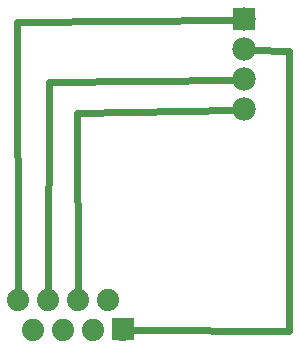
<source format=gbl>
G04 MADE WITH FRITZING*
G04 WWW.FRITZING.ORG*
G04 DOUBLE SIDED*
G04 HOLES PLATED*
G04 CONTOUR ON CENTER OF CONTOUR VECTOR*
%ASAXBY*%
%FSLAX23Y23*%
%MOIN*%
%OFA0B0*%
%SFA1.0B1.0*%
%ADD10C,0.074000*%
%ADD11C,0.078000*%
%ADD12R,0.078000X0.078000*%
%ADD13C,0.024000*%
%ADD14R,0.001000X0.001000*%
%LNCOPPER0*%
G90*
G70*
G54D10*
X180Y468D03*
X230Y368D03*
X280Y468D03*
X380Y468D03*
X480Y468D03*
X330Y368D03*
X430Y368D03*
X530Y368D03*
X180Y468D03*
X230Y368D03*
X280Y468D03*
X380Y468D03*
X480Y468D03*
X330Y368D03*
X430Y368D03*
X530Y368D03*
G54D11*
X932Y1402D03*
X932Y1302D03*
X932Y1202D03*
X932Y1102D03*
X932Y1402D03*
X932Y1302D03*
X932Y1202D03*
X932Y1102D03*
G54D12*
X932Y1402D03*
X932Y1402D03*
G54D13*
X177Y1394D02*
X180Y499D01*
D02*
X902Y1401D02*
X177Y1394D01*
D02*
X1081Y364D02*
X561Y368D01*
D02*
X1081Y1297D02*
X1081Y364D01*
D02*
X963Y1301D02*
X1081Y1297D01*
D02*
X281Y1194D02*
X902Y1201D01*
D02*
X280Y499D02*
X281Y1194D01*
D02*
X902Y1101D02*
X377Y1090D01*
D02*
X377Y1090D02*
X380Y499D01*
G54D14*
X493Y406D02*
X566Y406D01*
X493Y405D02*
X566Y405D01*
X493Y404D02*
X566Y404D01*
X493Y403D02*
X566Y403D01*
X493Y402D02*
X566Y402D01*
X493Y401D02*
X566Y401D01*
X493Y400D02*
X566Y400D01*
X493Y399D02*
X566Y399D01*
X493Y398D02*
X566Y398D01*
X493Y397D02*
X566Y397D01*
X493Y396D02*
X566Y396D01*
X493Y395D02*
X566Y395D01*
X493Y394D02*
X566Y394D01*
X493Y393D02*
X566Y393D01*
X493Y392D02*
X566Y392D01*
X493Y391D02*
X566Y391D01*
X493Y390D02*
X566Y390D01*
X493Y389D02*
X527Y389D01*
X533Y389D02*
X566Y389D01*
X493Y388D02*
X523Y388D01*
X537Y388D02*
X566Y388D01*
X493Y387D02*
X520Y387D01*
X539Y387D02*
X566Y387D01*
X493Y386D02*
X518Y386D01*
X541Y386D02*
X566Y386D01*
X493Y385D02*
X517Y385D01*
X542Y385D02*
X566Y385D01*
X493Y384D02*
X516Y384D01*
X544Y384D02*
X566Y384D01*
X493Y383D02*
X515Y383D01*
X545Y383D02*
X566Y383D01*
X493Y382D02*
X514Y382D01*
X545Y382D02*
X566Y382D01*
X493Y381D02*
X513Y381D01*
X546Y381D02*
X566Y381D01*
X493Y380D02*
X513Y380D01*
X547Y380D02*
X566Y380D01*
X493Y379D02*
X512Y379D01*
X547Y379D02*
X566Y379D01*
X493Y378D02*
X512Y378D01*
X548Y378D02*
X566Y378D01*
X493Y377D02*
X511Y377D01*
X548Y377D02*
X566Y377D01*
X493Y376D02*
X511Y376D01*
X549Y376D02*
X566Y376D01*
X493Y375D02*
X510Y375D01*
X549Y375D02*
X566Y375D01*
X493Y374D02*
X510Y374D01*
X549Y374D02*
X566Y374D01*
X493Y373D02*
X510Y373D01*
X550Y373D02*
X566Y373D01*
X493Y372D02*
X510Y372D01*
X550Y372D02*
X566Y372D01*
X493Y371D02*
X510Y371D01*
X550Y371D02*
X566Y371D01*
X493Y370D02*
X510Y370D01*
X550Y370D02*
X566Y370D01*
X493Y369D02*
X510Y369D01*
X550Y369D02*
X566Y369D01*
X493Y368D02*
X510Y368D01*
X550Y368D02*
X566Y368D01*
X493Y367D02*
X510Y367D01*
X550Y367D02*
X566Y367D01*
X493Y366D02*
X510Y366D01*
X550Y366D02*
X566Y366D01*
X493Y365D02*
X510Y365D01*
X549Y365D02*
X566Y365D01*
X493Y364D02*
X510Y364D01*
X549Y364D02*
X566Y364D01*
X493Y363D02*
X511Y363D01*
X549Y363D02*
X566Y363D01*
X493Y362D02*
X511Y362D01*
X548Y362D02*
X566Y362D01*
X493Y361D02*
X512Y361D01*
X548Y361D02*
X566Y361D01*
X493Y360D02*
X512Y360D01*
X547Y360D02*
X566Y360D01*
X493Y359D02*
X513Y359D01*
X547Y359D02*
X566Y359D01*
X493Y358D02*
X513Y358D01*
X546Y358D02*
X566Y358D01*
X493Y357D02*
X514Y357D01*
X545Y357D02*
X566Y357D01*
X493Y356D02*
X515Y356D01*
X544Y356D02*
X566Y356D01*
X493Y355D02*
X516Y355D01*
X543Y355D02*
X566Y355D01*
X493Y354D02*
X517Y354D01*
X542Y354D02*
X566Y354D01*
X493Y353D02*
X519Y353D01*
X541Y353D02*
X566Y353D01*
X493Y352D02*
X521Y352D01*
X539Y352D02*
X566Y352D01*
X493Y351D02*
X523Y351D01*
X537Y351D02*
X566Y351D01*
X493Y350D02*
X528Y350D01*
X531Y350D02*
X566Y350D01*
X493Y349D02*
X566Y349D01*
X493Y348D02*
X566Y348D01*
X493Y347D02*
X566Y347D01*
X493Y346D02*
X566Y346D01*
X493Y345D02*
X566Y345D01*
X493Y344D02*
X566Y344D01*
X493Y343D02*
X566Y343D01*
X493Y342D02*
X566Y342D01*
X493Y341D02*
X566Y341D01*
X493Y340D02*
X566Y340D01*
X493Y339D02*
X566Y339D01*
X493Y338D02*
X566Y338D01*
X493Y337D02*
X566Y337D01*
X493Y336D02*
X566Y336D01*
X493Y335D02*
X566Y335D01*
X493Y334D02*
X566Y334D01*
X493Y333D02*
X566Y333D01*
D02*
G04 End of Copper0*
M02*
</source>
